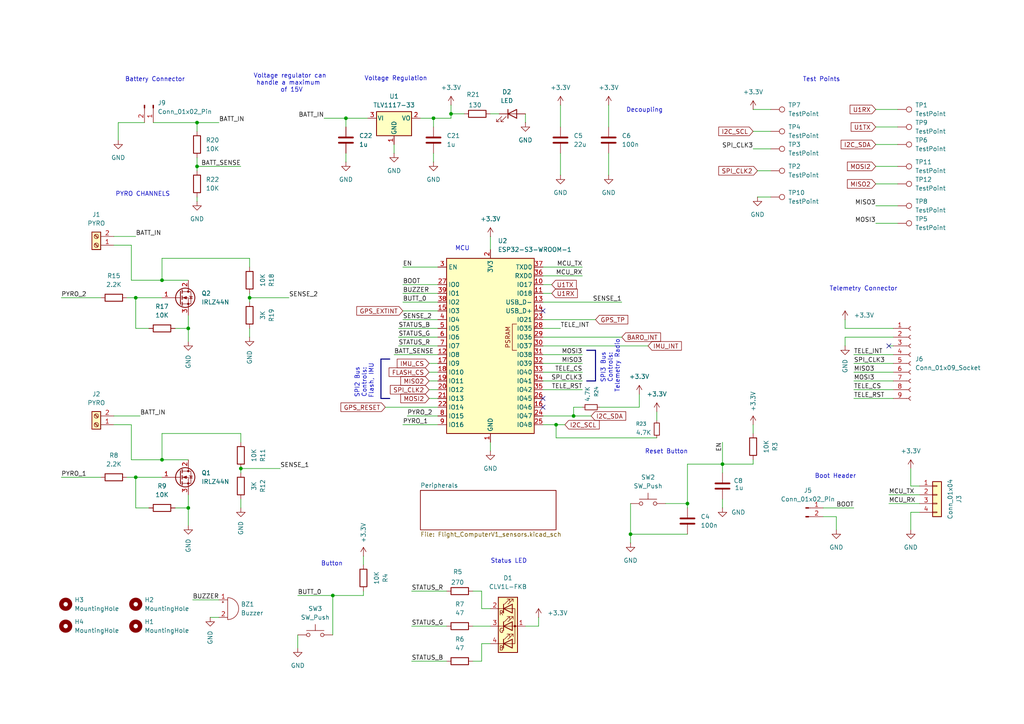
<source format=kicad_sch>
(kicad_sch (version 20250114) (generator "eeschema") (generator_version "9.0")
  (paper "A4")
  (lib_symbols
    (symbol "Connector:Conn_01x02_Pin" (pin_names (offset 1.016) (hide yes))
      (property "Reference" "J" (at 0 2.54 0))
      (property "Value" "Conn_01x02_Pin" (at 0 -5.08 0))
      (symbol "Conn_01x02_Pin_1_1"
        (pin passive line (at 5.08 0 180) (length 3.81) (name "Pin_1") (number "1"))
        (pin passive line (at 5.08 -2.54 180) (length 3.81) (name "Pin_2") (number "2"))
      )
    )
    (symbol "Connector:Conn_01x09_Socket" (pin_names (offset 1.016) (hide yes))
      (property "Reference" "J" (at 0 12.7 0))
      (property "Value" "Conn_01x09_Socket" (at 0 -12.7 0))
      (symbol "Conn_01x09_Socket_1_1"
        (pin passive line (at -5.08 10.16 0) (length 3.81) (name "Pin_1") (number "1"))
        (pin passive line (at -5.08 7.62 0) (length 3.81) (name "Pin_2") (number "2"))
        (pin passive line (at -5.08 5.08 0) (length 3.81) (name "Pin_3") (number "3"))
        (pin passive line (at -5.08 2.54 0) (length 3.81) (name "Pin_4") (number "4"))
        (pin passive line (at -5.08 0 0) (length 3.81) (name "Pin_5") (number "5"))
        (pin passive line (at -5.08 -2.54 0) (length 3.81) (name "Pin_6") (number "6"))
        (pin passive line (at -5.08 -5.08 0) (length 3.81) (name "Pin_7") (number "7"))
        (pin passive line (at -5.08 -7.62 0) (length 3.81) (name "Pin_8") (number "8"))
        (pin passive line (at -5.08 -10.16 0) (length 3.81) (name "Pin_9") (number "9"))
      )
    )
    (symbol "Connector:Screw_Terminal_01x02" (pin_names (offset 1.016) (hide yes))
      (property "Reference" "J" (at 0 2.54 0))
      (property "Value" "Screw_Terminal_01x02" (at 0 -5.08 0))
      (symbol "Screw_Terminal_01x02_1_1"
        (pin passive line (at -5.08 0 0) (length 3.81) (name "Pin_1") (number "1"))
        (pin passive line (at -5.08 -2.54 0) (length 3.81) (name "Pin_2") (number "2"))
      )
    )
    (symbol "Connector:TestPoint" (pin_numbers (hide yes)) (pin_names (offset 0.762) (hide yes))
      (property "Reference" "TP" (at 0 6.858 0))
      (property "Value" "TestPoint" (at 0 5.08 0))
      (symbol "TestPoint_1_1"
        (pin passive line (at 0 0 90) (length 2.54) (name "1") (number "1"))
      )
    )
    (symbol "Connector_Generic:Conn_01x04" (pin_names (offset 1.016) (hide yes))
      (property "Reference" "J" (at 0 5.08 0))
      (property "Value" "Conn_01x04" (at 0 -7.62 0))
      (symbol "Conn_01x04_1_1"
        (pin passive line (at -5.08 2.54 0) (length 3.81) (name "Pin_1") (number "1"))
        (pin passive line (at -5.08 0 0) (length 3.81) (name "Pin_2") (number "2"))
        (pin passive line (at -5.08 -2.54 0) (length 3.81) (name "Pin_3") (number "3"))
        (pin passive line (at -5.08 -5.08 0) (length 3.81) (name "Pin_4") (number "4"))
      )
    )
    (symbol "Device:Buzzer" (pin_names (offset 0.0254) (hide yes))
      (property "Reference" "BZ" (at 3.81 1.27 0))
      (property "Value" "Buzzer" (at 3.81 -1.27 0))
      (symbol "Buzzer_1_1"
        (pin passive line (at -2.54 2.54 0) (length 2.54) (name "+") (number "1"))
        (pin passive line (at -2.54 -2.54 0) (length 2.54) (name "-") (number "2"))
      )
    )
    (symbol "Device:C" (pin_numbers (hide yes)) (pin_names (offset 0.254))
      (property "Reference" "C" (at 0.635 2.54 0))
      (property "Value" "C" (at 0.635 -2.54 0))
      (symbol "C_1_1"
        (pin passive line (at 0 3.81 270) (length 2.794) (name "~") (number "1"))
        (pin passive line (at 0 -3.81 90) (length 2.794) (name "~") (number "2"))
      )
    )
    (symbol "Device:LED" (pin_numbers (hide yes)) (pin_names (offset 1.016) (hide yes))
      (property "Reference" "D" (at 0 2.54 0))
      (property "Value" "LED" (at 0 -2.54 0))
      (symbol "LED_1_1"
        (pin passive line (at -3.81 0 0) (length 2.54) (name "K") (number "1"))
        (pin passive line (at 3.81 0 180) (length 2.54) (name "A") (number "2"))
      )
    )
    (symbol "Device:R" (pin_numbers (hide yes)) (pin_names (offset 0))
      (property "Reference" "R" (at 2.032 0 90))
      (property "Value" "R" (at 0 0 90))
      (symbol "R_1_1"
        (pin passive line (at 0 3.81 270) (length 1.27) (name "~") (number "1"))
        (pin passive line (at 0 -3.81 90) (length 1.27) (name "~") (number "2"))
      )
    )
    (symbol "Device:R_Small" (pin_numbers (hide yes)) (pin_names (offset 0.254) (hide yes))
      (property "Reference" "R" (at 0 0 90))
      (property "Value" "R_Small" (at 1.778 0 90))
      (symbol "R_Small_1_1"
        (pin passive line (at 0 2.54 270) (length 0.762) (name "~") (number "1"))
        (pin passive line (at 0 -2.54 90) (length 0.762) (name "~") (number "2"))
      )
    )
    (symbol "LED:CLV1L-FKB" (pin_names (offset 0) (hide yes))
      (property "Reference" "D" (at 0 9.398 0))
      (property "Value" "CLV1L-FKB" (at 0 -8.89 0))
      (symbol "CLV1L-FKB_0_0"
        (text "R" (at -1.905 3.81 0) (effects (font (size 1.27 1.27))))
        (text "G" (at -1.905 -1.27 0) (effects (font (size 1.27 1.27))))
        (text "B" (at -1.905 -6.35 0) (effects (font (size 1.27 1.27))))
      )
      (symbol "CLV1L-FKB_1_1"
        (pin passive line (at -5.08 5.08 0) (length 2.54) (name "RK") (number "2"))
        (pin passive line (at -5.08 0 0) (length 2.54) (name "GK") (number "3"))
        (pin passive line (at -5.08 -5.08 0) (length 2.54) (name "BK") (number "4"))
        (pin passive line (at 5.08 0 180) (length 2.54) (name "A") (number "1"))
      )
    )
    (symbol "Mechanical:MountingHole" (pin_names (offset 1.016)) (in_bom no)
      (property "Reference" "H" (at 0 5.08 0))
      (property "Value" "MountingHole" (at 0 3.175 0))
    )
    (symbol "RF_Module:ESP32-S3-WROOM-1"
      (property "Reference" "U" (at -12.7 26.67 0))
      (property "Value" "ESP32-S3-WROOM-1" (at 12.7 26.67 0))
      (symbol "ESP32-S3-WROOM-1_0_0"
        (text "PSRAM" (at 5.08 2.54 900) (effects (font (size 1.27 1.27))))
      )
      (symbol "ESP32-S3-WROOM-1_1_1"
        (pin input line (at -15.24 22.86 0) (length 2.54) (name "EN") (number "3"))
        (pin bidirectional line (at -15.24 17.78 0) (length 2.54) (name "IO0") (number "27"))
        (pin bidirectional line (at -15.24 15.24 0) (length 2.54) (name "IO1") (number "39"))
        (pin bidirectional line (at -15.24 12.7 0) (length 2.54) (name "IO2") (number "38"))
        (pin bidirectional line (at -15.24 10.16 0) (length 2.54) (name "IO3") (number "15"))
        (pin bidirectional line (at -15.24 7.62 0) (length 2.54) (name "IO4") (number "4"))
        (pin bidirectional line (at -15.24 5.08 0) (length 2.54) (name "IO5") (number "5"))
        (pin bidirectional line (at -15.24 2.54 0) (length 2.54) (name "IO6") (number "6"))
        (pin bidirectional line (at -15.24 0 0) (length 2.54) (name "IO7") (number "7"))
        (pin bidirectional line (at -15.24 -2.54 0) (length 2.54) (name "IO8") (number "12"))
        (pin bidirectional line (at -15.24 -5.08 0) (length 2.54) (name "IO9") (number "17"))
        (pin bidirectional line (at -15.24 -7.62 0) (length 2.54) (name "IO10") (number "18"))
        (pin bidirectional line (at -15.24 -10.16 0) (length 2.54) (name "IO11") (number "19"))
        (pin bidirectional line (at -15.24 -12.7 0) (length 2.54) (name "IO12") (number "20"))
        (pin bidirectional line (at -15.24 -15.24 0) (length 2.54) (name "IO13") (number "21"))
        (pin bidirectional line (at -15.24 -17.78 0) (length 2.54) (name "IO14") (number "22"))
        (pin bidirectional line (at -15.24 -20.32 0) (length 2.54) (name "IO15") (number "8"))
        (pin bidirectional line (at -15.24 -22.86 0) (length 2.54) (name "IO16") (number "9"))
        (pin power_in line (at 0 27.94 270) (length 2.54) (name "3V3") (number "2"))
        (pin power_in line (at 0 -27.94 90) (length 2.54) (name "GND") (number "1"))
        (pin passive line (at 0 -27.94 90) (length 2.54) (hide yes) (name "GND") (number "40"))
        (pin passive line (at 0 -27.94 90) (length 2.54) (hide yes) (name "GND") (number "41"))
        (pin bidirectional line (at 15.24 22.86 180) (length 2.54) (name "TXD0") (number "37"))
        (pin bidirectional line (at 15.24 20.32 180) (length 2.54) (name "RXD0") (number "36"))
        (pin bidirectional line (at 15.24 17.78 180) (length 2.54) (name "IO17") (number "10"))
        (pin bidirectional line (at 15.24 15.24 180) (length 2.54) (name "IO18") (number "11"))
        (pin bidirectional line (at 15.24 12.7 180) (length 2.54) (name "USB_D-") (number "13"))
        (pin bidirectional line (at 15.24 10.16 180) (length 2.54) (name "USB_D+") (number "14"))
        (pin bidirectional line (at 15.24 7.62 180) (length 2.54) (name "IO21") (number "23"))
        (pin bidirectional line (at 15.24 5.08 180) (length 2.54) (name "IO35") (number "28"))
        (pin bidirectional line (at 15.24 2.54 180) (length 2.54) (name "IO36") (number "29"))
        (pin bidirectional line (at 15.24 0 180) (length 2.54) (name "IO37") (number "30"))
        (pin bidirectional line (at 15.24 -2.54 180) (length 2.54) (name "IO38") (number "31"))
        (pin bidirectional line (at 15.24 -5.08 180) (length 2.54) (name "IO39") (number "32"))
        (pin bidirectional line (at 15.24 -7.62 180) (length 2.54) (name "IO40") (number "33"))
        (pin bidirectional line (at 15.24 -10.16 180) (length 2.54) (name "IO41") (number "34"))
        (pin bidirectional line (at 15.24 -12.7 180) (length 2.54) (name "IO42") (number "35"))
        (pin bidirectional line (at 15.24 -15.24 180) (length 2.54) (name "IO45") (number "26"))
        (pin bidirectional line (at 15.24 -17.78 180) (length 2.54) (name "IO46") (number "16"))
        (pin bidirectional line (at 15.24 -20.32 180) (length 2.54) (name "IO47") (number "24"))
        (pin bidirectional line (at 15.24 -22.86 180) (length 2.54) (name "IO48") (number "25"))
      )
    )
    (symbol "Regulator_Linear:TLV1117-33" (pin_names (offset 0.254))
      (property "Reference" "U" (at -3.81 3.175 0))
      (property "Value" "TLV1117-33" (at 0 3.175 0))
      (symbol "TLV1117-33_1_1"
        (pin power_in line (at -7.62 0 0) (length 2.54) (name "VI") (number "3"))
        (pin power_in line (at 0 -7.62 90) (length 2.54) (name "GND") (number "1"))
        (pin power_out line (at 7.62 0 180) (length 2.54) (name "VO") (number "2"))
      )
    )
    (symbol "Switch:SW_Push" (pin_numbers (hide yes)) (pin_names (offset 1.016) (hide yes))
      (property "Reference" "SW" (at 1.27 2.54 0))
      (property "Value" "SW_Push" (at 0 -1.524 0))
      (symbol "SW_Push_0_1"
        (pin passive line (at -5.08 0 0) (length 2.54) (name "1") (number "1"))
        (pin passive line (at 5.08 0 180) (length 2.54) (name "2") (number "2"))
      )
    )
    (symbol "Transistor_FET:IRLZ44N" (pin_names (hide yes))
      (property "Reference" "Q" (at 5.08 1.905 0))
      (property "Value" "IRLZ44N" (at 5.08 0 0))
      (symbol "IRLZ44N_1_1"
        (pin input line (at -5.08 0 0) (length 2.54) (name "G") (number "1"))
        (pin passive line (at 2.54 5.08 270) (length 2.54) (name "D") (number "2"))
        (pin passive line (at 2.54 -5.08 90) (length 2.54) (name "S") (number "3"))
      )
    )
    (symbol "power:+3.3V" (power) (pin_numbers (hide yes)) (pin_names (offset 0) (hide yes))
      (property "Value" "+3.3V" (at 0 3.556 0))
      (symbol "+3.3V_1_1"
        (pin power_in line (at 0 0 90) (length 0) (name "~") (number "1"))
      )
    )
    (symbol "power:GND" (power) (pin_numbers (hide yes)) (pin_names (offset 0) (hide yes))
      (property "Value" "GND" (at 0 -3.81 0))
      (symbol "GND_1_1"
        (pin power_in line (at 0 0 270) (length 0) (name "~") (number "1"))
      )
    )
  )
  (text "Status LED\n\n" (at 147.574 163.83 0) (effects (font (size 1.27 1.27))))
  (text "Reset Button" (at 193.294 131.064 0) (effects (font (size 1.27 1.27))))
  (text "Boot Header\n" (at 242.316 138.176 0) (effects (font (size 1.27 1.27))))
  (text "Voltage regulator can \nhandle a maximum  \nof 15V\n" (at 84.582 24.13 0) (effects (font (size 1.27 1.27))))
  (text "Battery Connector\n" (at 44.958 23.114 0) (effects (font (size 1.27 1.27))))
  (text "Button\n" (at 96.266 163.576 0) (effects (font (size 1.27 1.27))))
  (text "PYRO CHANNELS\n" (at 41.402 56.388 0) (effects (font (size 1.27 1.27))))
  (text "Decoupling" (at 186.944 32.004 0) (effects (font (size 1.27 1.27))))
  (text "SPI2 Bus \nControls: \nFlash, IMU\n" (at 105.664 110.49 90) (effects (font (size 1.27 1.27))))
  (text "Telemetry Connector\n" (at 250.444 83.82 0) (effects (font (size 1.27 1.27))))
  (text "Test Points" (at 238.252 23.114 0) (effects (font (size 1.27 1.27))))
  (text "Voltage Regulation" (at 114.808 22.86 0) (effects (font (size 1.27 1.27))))
  (text "MCU\n" (at 134.112 72.136 0) (effects (font (size 1.27 1.27))))
  (text "SPI3 Bus \nControls: \nTelemetry Radio\n\n\n" (at 179.07 106.172 90) (effects (font (size 1.27 1.27))))
  (junction (at 125.73 34.29))
  (junction (at 130.81 33.02))
  (junction (at 72.39 86.36))
  (junction (at 54.61 147.32))
  (junction (at 161.29 123.19))
  (junction (at 54.61 95.25))
  (junction (at 199.39 146.05))
  (junction (at 96.52 172.72))
  (junction (at 69.85 135.89))
  (junction (at 46.99 81.28))
  (junction (at 39.37 138.43))
  (junction (at 166.37 120.65))
  (junction (at 100.33 34.29))
  (junction (at 57.15 35.56))
  (junction (at 182.88 154.94))
  (junction (at 39.37 86.36))
  (junction (at 57.15 48.26))
  (junction (at 209.55 134.62))
  (junction (at 46.99 133.35))
  (no_connect (at 157.48 115.57))
  (no_connect (at 157.48 90.17))
  (no_connect (at 157.48 118.11))
  (no_connect (at 257.81 100.33))
  (wire (pts (xy 69.85 135.89) (xy 81.28 135.89)))
  (wire (pts (xy 38.1 123.19) (xy 33.02 123.19)))
  (wire (pts (xy 157.48 120.65) (xy 166.37 120.65)))
  (wire (pts (xy 254 41.91) (xy 260.35 41.91)))
  (bus (pts (xy 170.18 110.49) (xy 172.72 110.49)))
  (wire (pts (xy 69.85 125.73) (xy 69.85 128.27)))
  (wire (pts (xy 254 48.26) (xy 260.35 48.26)))
  (wire (pts (xy 17.78 86.36) (xy 29.21 86.36)))
  (wire (pts (xy 157.48 77.47) (xy 168.91 77.47)))
  (wire (pts (xy 38.1 71.12) (xy 38.1 81.28)))
  (wire (pts (xy 157.48 100.33) (xy 187.96 100.33)))
  (wire (pts (xy 139.7 176.53) (xy 142.24 176.53)))
  (wire (pts (xy 124.46 115.57) (xy 127 115.57)))
  (wire (pts (xy 50.8 147.32) (xy 54.61 147.32)))
  (bus (pts (xy 170.18 101.6) (xy 172.72 101.6)))
  (wire (pts (xy 137.16 191.77) (xy 139.7 191.77)))
  (wire (pts (xy 114.3 41.91) (xy 114.3 44.45)))
  (wire (pts (xy 100.33 34.29) (xy 100.33 36.83)))
  (wire (pts (xy 157.48 107.95) (xy 168.91 107.95)))
  (wire (pts (xy 46.99 81.28) (xy 54.61 81.28)))
  (wire (pts (xy 119.38 181.61) (xy 129.54 181.61)))
  (wire (pts (xy 105.41 171.45) (xy 105.41 172.72)))
  (wire (pts (xy 33.02 68.58) (xy 39.37 68.58)))
  (wire (pts (xy 176.53 50.8) (xy 176.53 44.45)))
  (wire (pts (xy 72.39 86.36) (xy 72.39 85.09)))
  (wire (pts (xy 157.48 85.09) (xy 160.02 85.09)))
  (wire (pts (xy 162.56 30.48) (xy 162.56 36.83)))
  (wire (pts (xy 33.02 120.65) (xy 40.64 120.65)))
  (wire (pts (xy 127 100.33) (xy 115.57 100.33)))
  (wire (pts (xy 125.73 44.45) (xy 125.73 46.99)))
  (wire (pts (xy 100.33 34.29) (xy 106.68 34.29)))
  (wire (pts (xy 218.44 31.75) (xy 223.52 31.75)))
  (wire (pts (xy 55.88 173.99) (xy 63.5 173.99)))
  (wire (pts (xy 259.08 105.41) (xy 247.65 105.41)))
  (wire (pts (xy 124.46 110.49) (xy 127 110.49)))
  (wire (pts (xy 124.46 113.03) (xy 127 113.03)))
  (wire (pts (xy 116.84 90.17) (xy 127 90.17)))
  (wire (pts (xy 254 64.77) (xy 260.35 64.77)))
  (wire (pts (xy 157.48 82.55) (xy 160.02 82.55)))
  (wire (pts (xy 182.88 154.94) (xy 182.88 157.48)))
  (wire (pts (xy 199.39 134.62) (xy 199.39 146.05)))
  (wire (pts (xy 127 123.19) (xy 116.84 123.19)))
  (wire (pts (xy 209.55 147.32) (xy 209.55 144.78)))
  (wire (pts (xy 245.11 100.33) (xy 245.11 97.79)))
  (wire (pts (xy 242.57 149.86) (xy 242.57 153.67)))
  (wire (pts (xy 116.84 92.71) (xy 127 92.71)))
  (wire (pts (xy 218.44 43.18) (xy 223.52 43.18)))
  (wire (pts (xy 50.8 95.25) (xy 54.61 95.25)))
  (wire (pts (xy 57.15 45.72) (xy 57.15 48.26)))
  (wire (pts (xy 57.15 48.26) (xy 69.85 48.26)))
  (wire (pts (xy 34.29 35.56) (xy 34.29 40.64)))
  (wire (pts (xy 130.81 30.48) (xy 130.81 33.02)))
  (wire (pts (xy 124.46 105.41) (xy 127 105.41)))
  (wire (pts (xy 254 36.83) (xy 260.35 36.83)))
  (wire (pts (xy 142.24 33.02) (xy 144.78 33.02)))
  (wire (pts (xy 238.76 147.32) (xy 247.65 147.32)))
  (wire (pts (xy 44.45 35.56) (xy 57.15 35.56)))
  (wire (pts (xy 166.37 120.65) (xy 171.45 120.65)))
  (wire (pts (xy 139.7 191.77) (xy 139.7 186.69)))
  (wire (pts (xy 96.52 172.72) (xy 105.41 172.72)))
  (wire (pts (xy 36.83 86.36) (xy 39.37 86.36)))
  (wire (pts (xy 162.56 50.8) (xy 162.56 44.45)))
  (wire (pts (xy 176.53 30.48) (xy 176.53 36.83)))
  (wire (pts (xy 157.48 123.19) (xy 161.29 123.19)))
  (wire (pts (xy 157.48 102.87) (xy 168.91 102.87)))
  (wire (pts (xy 46.99 133.35) (xy 46.99 125.73)))
  (wire (pts (xy 199.39 154.94) (xy 182.88 154.94)))
  (wire (pts (xy 46.99 125.73) (xy 69.85 125.73)))
  (wire (pts (xy 209.55 137.16) (xy 209.55 134.62)))
  (wire (pts (xy 190.5 127) (xy 161.29 127)))
  (wire (pts (xy 39.37 86.36) (xy 46.99 86.36)))
  (wire (pts (xy 118.11 120.65) (xy 127 120.65)))
  (wire (pts (xy 57.15 57.15) (xy 57.15 58.42)))
  (wire (pts (xy 139.7 186.69) (xy 142.24 186.69)))
  (wire (pts (xy 57.15 35.56) (xy 63.5 35.56)))
  (wire (pts (xy 124.46 107.95) (xy 127 107.95)))
  (wire (pts (xy 209.55 134.62) (xy 218.44 134.62)))
  (wire (pts (xy 39.37 86.36) (xy 39.37 95.25)))
  (wire (pts (xy 100.33 44.45) (xy 100.33 46.99)))
  (wire (pts (xy 54.61 99.06) (xy 54.61 95.25)))
  (bus (pts (xy 110.49 104.14) (xy 110.49 115.57)))
  (wire (pts (xy 157.48 92.71) (xy 172.72 92.71)))
  (wire (pts (xy 219.71 57.15) (xy 223.52 57.15)))
  (wire (pts (xy 166.37 118.11) (xy 166.37 120.65)))
  (wire (pts (xy 264.16 148.59) (xy 264.16 153.67)))
  (wire (pts (xy 130.81 33.02) (xy 134.62 33.02)))
  (wire (pts (xy 182.88 146.05) (xy 182.88 154.94)))
  (wire (pts (xy 142.24 68.58) (xy 142.24 72.39)))
  (wire (pts (xy 157.48 105.41) (xy 168.91 105.41)))
  (wire (pts (xy 259.08 113.03) (xy 247.65 113.03)))
  (wire (pts (xy 259.08 110.49) (xy 247.65 110.49)))
  (wire (pts (xy 218.44 133.35) (xy 218.44 134.62)))
  (wire (pts (xy 157.48 87.63) (xy 180.34 87.63)))
  (wire (pts (xy 137.16 171.45) (xy 139.7 171.45)))
  (wire (pts (xy 114.3 102.87) (xy 127 102.87)))
  (wire (pts (xy 157.48 113.03) (xy 168.91 113.03)))
  (wire (pts (xy 157.48 95.25) (xy 162.56 95.25)))
  (wire (pts (xy 69.85 147.32) (xy 69.85 144.78)))
  (wire (pts (xy 130.81 33.02) (xy 130.81 34.29)))
  (wire (pts (xy 254 59.69) (xy 260.35 59.69)))
  (wire (pts (xy 157.48 97.79) (xy 180.34 97.79)))
  (wire (pts (xy 17.78 138.43) (xy 29.21 138.43)))
  (wire (pts (xy 46.99 74.93) (xy 72.39 74.93)))
  (wire (pts (xy 238.76 149.86) (xy 242.57 149.86)))
  (wire (pts (xy 156.21 179.07) (xy 156.21 181.61)))
  (bus (pts (xy 172.72 110.49) (xy 172.72 101.6)))
  (wire (pts (xy 245.11 95.25) (xy 259.08 95.25)))
  (wire (pts (xy 60.96 179.07) (xy 63.5 179.07)))
  (wire (pts (xy 38.1 81.28) (xy 46.99 81.28)))
  (wire (pts (xy 199.39 134.62) (xy 209.55 134.62)))
  (wire (pts (xy 139.7 171.45) (xy 139.7 176.53)))
  (wire (pts (xy 137.16 181.61) (xy 142.24 181.61)))
  (wire (pts (xy 127 97.79) (xy 115.57 97.79)))
  (wire (pts (xy 105.41 161.29) (xy 105.41 163.83)))
  (wire (pts (xy 72.39 86.36) (xy 83.82 86.36)))
  (wire (pts (xy 121.92 34.29) (xy 125.73 34.29)))
  (wire (pts (xy 96.52 172.72) (xy 96.52 184.15)))
  (wire (pts (xy 245.11 92.71) (xy 245.11 95.25)))
  (wire (pts (xy 127 95.25) (xy 115.57 95.25)))
  (wire (pts (xy 266.7 140.97) (xy 264.16 140.97)))
  (wire (pts (xy 199.39 146.05) (xy 199.39 147.32)))
  (wire (pts (xy 41.91 35.56) (xy 34.29 35.56)))
  (wire (pts (xy 111.76 118.11) (xy 127 118.11)))
  (wire (pts (xy 161.29 123.19) (xy 163.83 123.19)))
  (wire (pts (xy 46.99 81.28) (xy 46.99 74.93)))
  (wire (pts (xy 264.16 135.89) (xy 264.16 140.97)))
  (wire (pts (xy 142.24 130.81) (xy 142.24 128.27)))
  (wire (pts (xy 218.44 123.19) (xy 218.44 125.73)))
  (wire (pts (xy 152.4 33.02) (xy 152.4 35.56)))
  (wire (pts (xy 125.73 34.29) (xy 130.81 34.29)))
  (wire (pts (xy 168.91 118.11) (xy 166.37 118.11)))
  (wire (pts (xy 39.37 147.32) (xy 43.18 147.32)))
  (wire (pts (xy 54.61 143.51) (xy 54.61 147.32)))
  (wire (pts (xy 39.37 138.43) (xy 39.37 147.32)))
  (wire (pts (xy 119.38 171.45) (xy 129.54 171.45)))
  (wire (pts (xy 86.36 172.72) (xy 96.52 172.72)))
  (wire (pts (xy 259.08 107.95) (xy 247.65 107.95)))
  (wire (pts (xy 161.29 123.19) (xy 161.29 127)))
  (wire (pts (xy 57.15 35.56) (xy 57.15 38.1)))
  (wire (pts (xy 157.48 80.01) (xy 168.91 80.01)))
  (wire (pts (xy 152.4 181.61) (xy 156.21 181.61)))
  (wire (pts (xy 157.48 110.49) (xy 168.91 110.49)))
  (wire (pts (xy 69.85 135.89) (xy 69.85 137.16)))
  (wire (pts (xy 39.37 138.43) (xy 46.99 138.43)))
  (wire (pts (xy 54.61 152.4) (xy 54.61 147.32)))
  (wire (pts (xy 266.7 143.51) (xy 257.81 143.51)))
  (wire (pts (xy 36.83 138.43) (xy 39.37 138.43)))
  (wire (pts (xy 254 31.75) (xy 260.35 31.75)))
  (wire (pts (xy 119.38 191.77) (xy 129.54 191.77)))
  (wire (pts (xy 219.71 49.53) (xy 223.52 49.53)))
  (wire (pts (xy 72.39 74.93) (xy 72.39 77.47)))
  (wire (pts (xy 38.1 71.12) (xy 33.02 71.12)))
  (wire (pts (xy 266.7 148.59) (xy 264.16 148.59)))
  (wire (pts (xy 116.84 87.63) (xy 127 87.63)))
  (bus (pts (xy 113.03 104.14) (xy 110.49 104.14)))
  (wire (pts (xy 190.5 119.38) (xy 190.5 121.92)))
  (wire (pts (xy 125.73 36.83) (xy 125.73 34.29)))
  (wire (pts (xy 38.1 123.19) (xy 38.1 133.35)))
  (wire (pts (xy 57.15 48.26) (xy 57.15 49.53)))
  (wire (pts (xy 259.08 102.87) (xy 247.65 102.87)))
  (wire (pts (xy 72.39 86.36) (xy 72.39 87.63)))
  (wire (pts (xy 54.61 91.44) (xy 54.61 95.25)))
  (wire (pts (xy 39.37 95.25) (xy 43.18 95.25)))
  (wire (pts (xy 254 53.34) (xy 260.35 53.34)))
  (wire (pts (xy 209.55 128.27) (xy 209.55 134.62)))
  (wire (pts (xy 185.42 118.11) (xy 173.99 118.11)))
  (wire (pts (xy 93.98 34.29) (xy 100.33 34.29)))
  (wire (pts (xy 193.04 146.05) (xy 199.39 146.05)))
  (wire (pts (xy 218.44 38.1) (xy 223.52 38.1)))
  (wire (pts (xy 86.36 184.15) (xy 86.36 187.96)))
  (wire (pts (xy 266.7 146.05) (xy 257.81 146.05)))
  (wire (pts (xy 259.08 100.33) (xy 257.81 100.33)))
  (wire (pts (xy 116.84 77.47) (xy 127 77.47)))
  (wire (pts (xy 72.39 95.25) (xy 72.39 97.79)))
  (wire (pts (xy 259.08 115.57) (xy 247.65 115.57)))
  (wire (pts (xy 38.1 133.35) (xy 46.99 133.35)))
  (wire (pts (xy 185.42 114.3) (xy 185.42 118.11)))
  (wire (pts (xy 245.11 97.79) (xy 259.08 97.79)))
  (bus (pts (xy 110.49 115.57) (xy 113.03 115.57)))
  (wire (pts (xy 46.99 133.35) (xy 54.61 133.35)))
  (wire (pts (xy 116.84 82.55) (xy 127 82.55)))
  (wire (pts (xy 116.84 85.09) (xy 127 85.09)))
  (label "PYRO_2" (at 118.11 120.65 0))
  (label "BOOT" (at 247.65 147.32 180))
  (label "MCU_TX" (at 257.81 143.51 0))
  (label "BATT_IN" (at 63.5 35.56 0))
  (label "PYRO_1" (at 116.84 123.19 0))
  (label "EN" (at 116.84 77.47 0))
  (label "PYRO_1" (at 17.78 138.43 0))
  (label "MOSI3" (at 247.65 110.49 0))
  (label "SENSE_1" (at 180.34 87.63 180))
  (label "MCU_RX" (at 257.81 146.05 0))
  (label "BATT_IN" (at 39.37 68.58 0))
  (label "MISO3" (at 168.91 105.41 180))
  (label "STATUS_B" (at 115.57 95.25 0))
  (label "MISO3" (at 247.65 107.95 0))
  (label "MISO3" (at 254 59.69 180))
  (label "STATUS_G" (at 115.57 97.79 0))
  (label "SENSE_1" (at 81.28 135.89 0))
  (label "PYRO_2" (at 17.78 86.36 0))
  (label "TELE_RST" (at 168.91 113.03 180))
  (label "SENSE_2" (at 116.84 92.71 0))
  (label "BUTT_0" (at 116.84 87.63 0))
  (label "EN" (at 209.55 128.27 270))
  (label "BUZZER" (at 55.88 173.99 0))
  (label "MOSI3" (at 254 64.77 180))
  (label "TELE_RST" (at 247.65 115.57 0))
  (label "TELE_INT" (at 162.56 95.25 0))
  (label "TELE_CS" (at 168.91 107.95 180))
  (label "BOOT" (at 116.84 82.55 0))
  (label "BUTT_0" (at 86.36 172.72 0))
  (label "STATUS_B" (at 119.38 191.77 0))
  (label "SENSE_2" (at 83.82 86.36 0))
  (label "SPI_CLK3" (at 218.44 43.18 180))
  (label "BATT_SENSE" (at 114.3 102.87 0))
  (label "BATT_IN" (at 93.98 34.29 180))
  (label "MCU_RX" (at 168.91 80.01 180))
  (label "STATUS_R" (at 115.57 100.33 0))
  (label "BATT_IN" (at 40.64 120.65 0))
  (label "STATUS_R" (at 119.38 171.45 0))
  (label "SPI_CLK3" (at 247.65 105.41 0))
  (label "TELE_INT" (at 247.65 102.87 0))
  (label "MOSI3" (at 168.91 102.87 180))
  (label "BATT_SENSE" (at 69.85 48.26 180))
  (label "TELE_CS" (at 247.65 113.03 0))
  (label "STATUS_G" (at 119.38 181.61 0))
  (label "SPI_CLK3" (at 168.91 110.49 180))
  (label "MCU_TX" (at 168.91 77.47 180))
  (label "BUZZER" (at 116.84 85.09 0))
  (global_label "IMU_INT" (shape input) (at 187.96 100.33 0) (property "Intersheetrefs" "${INTERSHEET_REFS}" (effects (hide yes))))
  (global_label "MISO2" (shape input) (at 124.46 110.49 180) (property "Intersheetrefs" "${INTERSHEET_REFS}" (effects (hide yes))))
  (global_label "I2C_SCL" (shape input) (at 163.83 123.19 0) (property "Intersheetrefs" "${INTERSHEET_REFS}" (effects (hide yes))))
  (global_label "U1TX" (shape input) (at 160.02 82.55 0) (property "Intersheetrefs" "${INTERSHEET_REFS}" (effects (hide yes))))
  (global_label "IMU_CS" (shape input) (at 124.46 105.41 180) (property "Intersheetrefs" "${INTERSHEET_REFS}" (effects (hide yes))))
  (global_label "I2C_SDA" (shape input) (at 254 41.91 180) (property "Intersheetrefs" "${INTERSHEET_REFS}" (effects (hide yes))))
  (global_label "MOSI2" (shape input) (at 124.46 115.57 180) (property "Intersheetrefs" "${INTERSHEET_REFS}" (effects (hide yes))))
  (global_label "MISO2" (shape input) (at 254 53.34 180) (property "Intersheetrefs" "${INTERSHEET_REFS}" (effects (hide yes))))
  (global_label "I2C_SCL" (shape input) (at 218.44 38.1 180) (property "Intersheetrefs" "${INTERSHEET_REFS}" (effects (hide yes))))
  (global_label "U1TX" (shape input) (at 254 36.83 180) (property "Intersheetrefs" "${INTERSHEET_REFS}" (effects (hide yes))))
  (global_label "BARO_INT" (shape input) (at 180.34 97.79 0) (property "Intersheetrefs" "${INTERSHEET_REFS}" (effects (hide yes))))
  (global_label "FLASH_CS" (shape input) (at 124.46 107.95 180) (property "Intersheetrefs" "${INTERSHEET_REFS}" (effects (hide yes))))
  (global_label "U1RX" (shape input) (at 254 31.75 180) (property "Intersheetrefs" "${INTERSHEET_REFS}" (effects (hide yes))))
  (global_label "GPS_RESET" (shape input) (at 111.76 118.11 180) (property "Intersheetrefs" "${INTERSHEET_REFS}" (effects (hide yes))))
  (global_label "U1RX" (shape input) (at 160.02 85.09 0) (property "Intersheetrefs" "${INTERSHEET_REFS}" (effects (hide yes))))
  (global_label "GPS_EXTINT" (shape input) (at 116.84 90.17 180) (property "Intersheetrefs" "${INTERSHEET_REFS}" (effects (hide yes))))
  (global_label "SPI_CLK2" (shape input) (at 219.71 49.53 180) (property "Intersheetrefs" "${INTERSHEET_REFS}" (effects (hide yes))))
  (global_label "SPI_CLK2" (shape input) (at 124.46 113.03 180) (property "Intersheetrefs" "${INTERSHEET_REFS}" (effects (hide yes))))
  (global_label "GPS_TP" (shape input) (at 172.72 92.71 0) (property "Intersheetrefs" "${INTERSHEET_REFS}" (effects (hide yes))))
  (global_label "MOSI2" (shape input) (at 254 48.26 180) (property "Intersheetrefs" "${INTERSHEET_REFS}" (effects (hide yes))))
  (global_label "I2C_SDA" (shape input) (at 171.45 120.65 0) (property "Intersheetrefs" "${INTERSHEET_REFS}" (effects (hide yes))))
  (symbol (lib_id "Switch:SW_Push") (at 91.44 184.15 0) (unit 1)
    (property "Reference" "SW3" (at 91.44 176.53 0))
    (property "Value" "SW_Push" (at 91.44 179.07 0))
    (property "Footprint" "Button_Switch_SMD:SW_SPST_PTS810" (effects (hide yes)))
    (property "Description" "Push button switch, generic, two pins" (effects (hide yes)))
  )
  (symbol (lib_id "power:GND") (at 86.36 187.96 0) (unit 1)
    (property "Reference" "#PWR033" (effects (hide yes)))
    (property "Value" "GND" (at 86.36 193.04 0))
    (property "Description" "Power symbol creates a global label with name \"GND\" , ground" (effects (hide yes)))
  )
  (symbol (lib_id "power:GND") (at 60.96 179.07 0) (unit 1)
    (property "Reference" "#PWR038" (effects (hide yes)))
    (property "Value" "GND" (at 60.9601 182.88 90) (effects (justify right)))
    (property "Description" "Power symbol creates a global label with name \"GND\" , ground" (effects (hide yes)))
  )
  (symbol (lib_id "Device:C") (at 125.73 40.64 0) (unit 1)
    (property "Reference" "C21" (at 129.54 39.3699 0) (effects (justify left)))
    (property "Value" "1u" (at 129.54 41.9099 0) (effects (justify left)))
    (property "Footprint" "Capacitor_SMD:C_0805_2012Metric" (effects (hide yes)))
    (property "Description" "Unpolarized capacitor" (effects (hide yes)))
  )
  (symbol (lib_id "Mechanical:MountingHole") (at 39.37 181.61 0) (unit 1) (in_bom no)
    (property "Reference" "H1" (at 41.91 180.3399 0) (effects (justify left)))
    (property "Value" "MountingHole" (at 41.91 182.8799 0) (effects (justify left)))
    (property "Footprint" "MountingHole:MountingHole_3mm" (effects (hide yes)))
    (property "Description" "Mounting Hole without connection" (effects (hide yes)))
  )
  (symbol (lib_id "Connector:TestPoint") (at 260.35 31.75 270) (unit 1)
    (property "Reference" "TP1" (at 265.43 30.4799 90) (effects (justify left)))
    (property "Value" "TestPoint" (at 265.43 33.0199 90) (effects (justify left)))
    (property "Footprint" "TestPoint:TestPoint_Pad_D2.0mm" (effects (hide yes)))
    (property "Description" "test point" (effects (hide yes)))
  )
  (symbol (lib_id "power:+3.3V") (at 176.53 30.48 0) (unit 1)
    (property "Reference" "#PWR014" (effects (hide yes)))
    (property "Value" "+3.3V" (at 176.53 25.4 0))
    (property "Description" "Power symbol creates a global label with name \"+3.3V\"" (effects (hide yes)))
  )
  (symbol (lib_id "power:GND") (at 264.16 153.67 0) (unit 1)
    (property "Reference" "#PWR011" (effects (hide yes)))
    (property "Value" "GND" (at 264.16 158.75 0))
    (property "Description" "Power symbol creates a global label with name \"GND\" , ground" (effects (hide yes)))
  )
  (symbol (lib_id "Connector:TestPoint") (at 223.52 57.15 270) (unit 1)
    (property "Reference" "TP10" (at 228.6 55.8799 90) (effects (justify left)))
    (property "Value" "TestPoint" (at 228.6 58.4199 90) (effects (justify left)))
    (property "Footprint" "TestPoint:TestPoint_Pad_D2.0mm" (effects (hide yes)))
    (property "Description" "test point" (effects (hide yes)))
  )
  (symbol (lib_id "Device:R") (at 218.44 129.54 0) (unit 1)
    (property "Reference" "R3" (at 224.79 129.54 90))
    (property "Value" "10K" (at 222.25 129.54 90))
    (property "Footprint" "Resistor_SMD:R_0805_2012Metric" (effects (hide yes)))
    (property "Description" "Resistor" (effects (hide yes)))
  )
  (symbol (lib_id "power:GND") (at 54.61 99.06 0) (unit 1)
    (property "Reference" "#PWR054" (effects (hide yes)))
    (property "Value" "GND" (at 54.6101 102.87 90) (effects (justify right)))
    (property "Description" "Power symbol creates a global label with name \"GND\" , ground" (effects (hide yes)))
  )
  (symbol (lib_id "LED:CLV1L-FKB") (at 147.32 181.61 0) (unit 1)
    (property "Reference" "D1" (at 147.32 167.64 0))
    (property "Value" "CLV1L-FKB" (at 147.32 170.18 0))
    (property "Footprint" "LED_SMD:LED_Cree-PLCC4_3.2x2.8mm_CCW" (effects (hide yes)))
    (property "Datasheet" "http://www.cree.com/led-components/media/documents/CLV1L-FKB-1238.pdf" (effects (hide yes)))
    (property "Description" "Cree PLCC4 3 in 1 SMD LED" (effects (hide yes)))
  )
  (symbol (lib_id "Device:Buzzer") (at 66.04 176.53 0) (unit 1)
    (property "Reference" "BZ1" (at 69.85 175.2599 0) (effects (justify left)))
    (property "Value" "Buzzer" (at 69.85 177.7999 0) (effects (justify left)))
    (property "Footprint" "Buzzer_Beeper:Buzzer_12x9.5RM7.6" (effects (hide yes)))
    (property "Description" "Buzzer, polarized" (effects (hide yes)))
  )
  (symbol (lib_id "power:GND") (at 219.71 57.15 0) (unit 1)
    (property "Reference" "#PWR04" (effects (hide yes)))
    (property "Value" "GND" (at 219.71 62.23 0))
    (property "Description" "Power symbol creates a global label with name \"GND\" , ground" (effects (hide yes)))
  )
  (symbol (lib_id "Connector:TestPoint") (at 223.52 38.1 270) (unit 1)
    (property "Reference" "TP4" (at 228.6 36.8299 90) (effects (justify left)))
    (property "Value" "TestPoint" (at 228.6 39.3699 90) (effects (justify left)))
    (property "Footprint" "TestPoint:TestPoint_Pad_D2.0mm" (effects (hide yes)))
    (property "Description" "test point" (effects (hide yes)))
  )
  (symbol (lib_id "Connector:TestPoint") (at 260.35 64.77 270) (unit 1)
    (property "Reference" "TP5" (at 265.43 63.4999 90) (effects (justify left)))
    (property "Value" "TestPoint" (at 265.43 66.0399 90) (effects (justify left)))
    (property "Footprint" "TestPoint:TestPoint_Pad_D2.0mm" (effects (hide yes)))
    (property "Description" "test point" (effects (hide yes)))
  )
  (symbol (lib_id "power:GND") (at 242.57 153.67 0) (unit 1)
    (property "Reference" "#PWR016" (effects (hide yes)))
    (property "Value" "GND" (at 242.57 158.75 0))
    (property "Description" "Power symbol creates a global label with name \"GND\" , ground" (effects (hide yes)))
  )
  (symbol (lib_id "power:GND") (at 72.39 97.79 0) (unit 1)
    (property "Reference" "#PWR055" (effects (hide yes)))
    (property "Value" "GND" (at 72.3901 101.6 90) (effects (justify right)))
    (property "Description" "Power symbol creates a global label with name \"GND\" , ground" (effects (hide yes)))
  )
  (symbol (lib_id "power:GND") (at 176.53 50.8 0) (unit 1)
    (property "Reference" "#PWR013" (effects (hide yes)))
    (property "Value" "GND" (at 176.53 55.88 0))
    (property "Description" "Power symbol creates a global label with name \"GND\" , ground" (effects (hide yes)))
  )
  (symbol (lib_id "power:+3.3V") (at 218.44 31.75 0) (unit 1)
    (property "Reference" "#PWR05" (effects (hide yes)))
    (property "Value" "+3.3V" (at 218.44 26.67 0))
    (property "Description" "Power symbol creates a global label with name \"+3.3V\"" (effects (hide yes)))
  )
  (symbol (lib_id "Connector:Conn_01x09_Socket") (at 264.16 105.41 0) (unit 1)
    (property "Reference" "J6" (at 265.43 104.1399 0) (effects (justify left)))
    (property "Value" "Conn_01x09_Socket" (at 265.43 106.6799 0) (effects (justify left)))
    (property "Footprint" "Connector_PinSocket_2.54mm:PinSocket_1x09_P2.54mm_Vertical" (effects (hide yes)))
    (property "Description" "Generic connector, single row, 01x09, script generated" (effects (hide yes)))
  )
  (symbol (lib_id "Device:C") (at 209.55 140.97 180) (unit 1)
    (property "Reference" "C8" (at 214.122 139.446 0))
    (property "Value" "1u" (at 214.376 141.478 0))
    (property "Footprint" "Capacitor_SMD:C_0805_2012Metric" (effects (hide yes)))
    (property "Description" "Unpolarized capacitor" (effects (hide yes)))
  )
  (symbol (lib_id "Regulator_Linear:TLV1117-33") (at 114.3 34.29 0) (unit 1)
    (property "Reference" "U1" (at 114.3 27.94 0))
    (property "Value" "TLV1117-33" (at 114.3 30.48 0))
    (property "Footprint" "Package_TO_SOT_SMD:SOT-223-3_TabPin2" (effects (hide yes)))
    (property "Datasheet" "http://www.ti.com/lit/ds/symlink/tlv1117.pdf" (effects (hide yes)))
    (property "Description" "800mA Low-Dropout Linear Regulator, 3.3V fixed output, TO-220/TO-252/TO-263/SOT-223" (effects (hide yes)))
  )
  (symbol (lib_id "Connector:TestPoint") (at 260.35 48.26 270) (unit 1)
    (property "Reference" "TP11" (at 265.43 46.9899 90) (effects (justify left)))
    (property "Value" "TestPoint" (at 265.43 49.5299 90) (effects (justify left)))
    (property "Footprint" "TestPoint:TestPoint_Pad_D2.0mm" (effects (hide yes)))
    (property "Description" "test point" (effects (hide yes)))
  )
  (symbol (lib_id "power:GND") (at 162.56 50.8 0) (unit 1)
    (property "Reference" "#PWR012" (effects (hide yes)))
    (property "Value" "GND" (at 162.56 55.88 0))
    (property "Description" "Power symbol creates a global label with name \"GND\" , ground" (effects (hide yes)))
  )
  (symbol (lib_id "power:+3.3V") (at 185.42 114.3 0) (unit 1)
    (property "Reference" "#PWR053" (effects (hide yes)))
    (property "Value" "+3.3V" (at 185.42 109.22 0))
    (property "Description" "Power symbol creates a global label with name \"+3.3V\"" (effects (hide yes)))
  )
  (symbol (lib_id "Connector:Conn_01x02_Pin") (at 44.45 30.48 270) (unit 1)
    (property "Reference" "J9" (at 45.72 29.8449 90) (effects (justify left)))
    (property "Value" "Conn_01x02_Pin" (at 45.72 32.3849 90) (effects (justify left)))
    (property "Footprint" "Connector_JST:JST_PH_B2B-PH-K_1x02_P2.00mm_Vertical" (effects (hide yes)))
    (property "Description" "Generic connector, single row, 01x02, script generated" (effects (hide yes)))
  )
  (symbol (lib_id "power:GND") (at 152.4 35.56 0) (unit 1)
    (property "Reference" "#PWR028" (effects (hide yes)))
    (property "Value" "GND" (at 152.4 40.64 0))
    (property "Description" "Power symbol creates a global label with name \"GND\" , ground" (effects (hide yes)))
  )
  (symbol (lib_id "Device:C") (at 176.53 40.64 0) (unit 1)
    (property "Reference" "C6" (at 180.34 39.3699 0) (effects (justify left)))
    (property "Value" "100n" (at 180.34 41.9099 0) (effects (justify left)))
    (property "Footprint" "Capacitor_SMD:C_0805_2012Metric" (effects (hide yes)))
    (property "Description" "Unpolarized capacitor" (effects (hide yes)))
  )
  (symbol (lib_id "Device:LED") (at 148.59 33.02 0) (unit 1)
    (property "Reference" "D2" (at 147.0025 26.67 0))
    (property "Value" "LED" (at 147.0025 29.21 0))
    (property "Footprint" "LED_SMD:LED_0603_1608Metric" (effects (hide yes)))
    (property "Description" "Light emitting diode" (effects (hide yes)))
    (property "Sim.Pins" "1=K 2=A" (effects (hide yes)))
  )
  (symbol (lib_id "power:GND") (at 54.61 152.4 0) (unit 1)
    (property "Reference" "#PWR040" (effects (hide yes)))
    (property "Value" "GND" (at 54.6101 156.21 90) (effects (justify right)))
    (property "Description" "Power symbol creates a global label with name \"GND\" , ground" (effects (hide yes)))
  )
  (symbol (lib_id "power:GND") (at 209.55 147.32 0) (unit 1)
    (property "Reference" "#PWR023" (effects (hide yes)))
    (property "Value" "GND" (at 212.09 148.5899 0) (effects (justify left)))
    (property "Description" "Power symbol creates a global label with name \"GND\" , ground" (effects (hide yes)))
  )
  (symbol (lib_id "Device:R") (at 57.15 41.91 0) (unit 1)
    (property "Reference" "R20" (at 59.69 40.6399 0) (effects (justify left)))
    (property "Value" "10K" (at 59.69 43.1799 0) (effects (justify left)))
    (property "Footprint" "Resistor_SMD:R_0805_2012Metric" (effects (hide yes)))
    (property "Description" "Resistor" (effects (hide yes)))
  )
  (symbol (lib_id "Device:R") (at 133.35 171.45 90) (unit 1)
    (property "Reference" "R5" (at 134.112 165.862 90) (effects (justify left)))
    (property "Value" "270" (at 134.6199 168.91 90) (effects (justify left)))
    (property "Footprint" "Resistor_SMD:R_0805_2012Metric" (effects (hide yes)))
    (property "Description" "Resistor" (effects (hide yes)))
  )
  (symbol (lib_id "Device:R") (at 69.85 140.97 180) (unit 1)
    (property "Reference" "R12" (at 76.2 140.97 90))
    (property "Value" "3K" (at 73.66 140.97 90))
    (property "Footprint" "Resistor_SMD:R_0805_2012Metric" (effects (hide yes)))
    (property "Description" "Resistor" (effects (hide yes)))
  )
  (symbol (lib_id "power:+3.3V") (at 162.56 30.48 0) (unit 1)
    (property "Reference" "#PWR015" (effects (hide yes)))
    (property "Value" "+3.3V" (at 162.56 25.4 0))
    (property "Description" "Power symbol creates a global label with name \"+3.3V\"" (effects (hide yes)))
  )
  (symbol (lib_id "Transistor_FET:IRLZ44N") (at 52.07 138.43 0) (unit 1)
    (property "Reference" "Q1" (at 58.42 137.1599 0) (effects (justify left)))
    (property "Value" "IRLZ44N" (at 58.42 139.6999 0) (effects (justify left)))
    (property "Footprint" "Package_TO_SOT_THT:TO-220-3_Vertical" (effects (hide yes)))
    (property "Datasheet" "http://www.irf.com/product-info/datasheets/data/irlz44n.pdf" (effects (hide yes)))
    (property "Description" "47A Id, 55V Vds, 22mOhm Rds Single N-Channel HEXFET Power MOSFET, TO-220AB" (effects (hide yes)))
  )
  (symbol (lib_id "Device:R") (at 133.35 191.77 90) (unit 1)
    (property "Reference" "R6" (at 133.35 185.42 90))
    (property "Value" "47" (at 133.35 187.96 90))
    (property "Footprint" "Resistor_SMD:R_0805_2012Metric" (effects (hide yes)))
    (property "Description" "Resistor" (effects (hide yes)))
  )
  (symbol (lib_id "Device:R") (at 33.02 138.43 90) (unit 1)
    (property "Reference" "R8" (at 33.02 132.08 90))
    (property "Value" "2.2K" (at 33.02 134.62 90))
    (property "Footprint" "Resistor_SMD:R_0805_2012Metric" (effects (hide yes)))
    (property "Description" "Resistor" (effects (hide yes)))
  )
  (symbol (lib_id "power:+3.3V") (at 105.41 161.29 0) (unit 1)
    (property "Reference" "#PWR041" (effects (hide yes)))
    (property "Value" "+3.3V" (at 105.4101 157.48 90) (effects (justify left)))
    (property "Description" "Power symbol creates a global label with name \"+3.3V\"" (effects (hide yes)))
  )
  (symbol (lib_id "power:GND") (at 100.33 46.99 0) (unit 1)
    (property "Reference" "#PWR026" (effects (hide yes)))
    (property "Value" "GND" (at 100.33 52.07 0))
    (property "Description" "Power symbol creates a global label with name \"GND\" , ground" (effects (hide yes)))
  )
  (symbol (lib_id "power:+3.3V") (at 218.44 123.19 0) (unit 1)
    (property "Reference" "#PWR022" (effects (hide yes)))
    (property "Value" "+3.3V" (at 218.4401 119.38 90) (effects (justify left)))
    (property "Description" "Power symbol creates a global label with name \"+3.3V\"" (effects (hide yes)))
  )
  (symbol (lib_id "Connector:TestPoint") (at 223.52 49.53 270) (unit 1)
    (property "Reference" "TP2" (at 228.6 48.2599 90) (effects (justify left)))
    (property "Value" "TestPoint" (at 228.6 50.7999 90) (effects (justify left)))
    (property "Footprint" "TestPoint:TestPoint_Pad_D2.0mm" (effects (hide yes)))
    (property "Description" "test point" (effects (hide yes)))
  )
  (symbol (lib_id "power:+3.3V") (at 245.11 92.71 0) (unit 1)
    (property "Reference" "#PWR019" (effects (hide yes)))
    (property "Value" "+3.3V" (at 247.65 91.4399 0) (effects (justify left)))
    (property "Description" "Power symbol creates a global label with name \"+3.3V\"" (effects (hide yes)))
  )
  (symbol (lib_id "power:GND") (at 69.85 147.32 0) (unit 1)
    (property "Reference" "#PWR042" (effects (hide yes)))
    (property "Value" "GND" (at 69.8501 151.13 90) (effects (justify right)))
    (property "Description" "Power symbol creates a global label with name \"GND\" , ground" (effects (hide yes)))
  )
  (symbol (lib_id "Device:C") (at 100.33 40.64 0) (unit 1)
    (property "Reference" "C22" (at 104.14 39.3699 0) (effects (justify left)))
    (property "Value" "1u" (at 104.14 41.9099 0) (effects (justify left)))
    (property "Footprint" "Capacitor_SMD:C_0805_2012Metric" (effects (hide yes)))
    (property "Description" "Unpolarized capacitor" (effects (hide yes)))
  )
  (symbol (lib_id "Connector:Conn_01x02_Pin") (at 233.68 147.32 0) (unit 1)
    (property "Reference" "J5" (at 234.315 142.24 0))
    (property "Value" "Conn_01x02_Pin" (at 234.315 144.78 0))
    (property "Footprint" "Connector_PinHeader_2.54mm:PinHeader_1x02_P2.54mm_Vertical" (effects (hide yes)))
    (property "Description" "Generic connector, single row, 01x02, script generated" (effects (hide yes)))
  )
  (symbol (lib_id "Connector:TestPoint") (at 260.35 53.34 270) (unit 1)
    (property "Reference" "TP12" (at 265.43 52.0699 90) (effects (justify left)))
    (property "Value" "TestPoint" (at 265.43 54.6099 90) (effects (justify left)))
    (property "Footprint" "TestPoint:TestPoint_Pad_D2.0mm" (effects (hide yes)))
    (property "Description" "test point" (effects (hide yes)))
  )
  (symbol (lib_id "power:GND") (at 34.29 40.64 0) (unit 1)
    (property "Reference" "#PWR06" (effects (hide yes)))
    (property "Value" "GND" (at 34.29 45.72 0))
    (property "Description" "Power symbol creates a global label with name \"GND\" , ground" (effects (hide yes)))
  )
  (symbol (lib_id "Device:R") (at 72.39 91.44 180) (unit 1)
    (property "Reference" "R19" (at 78.74 91.44 90))
    (property "Value" "3K" (at 76.2 91.44 90))
    (property "Footprint" "Resistor_SMD:R_0805_2012Metric" (effects (hide yes)))
    (property "Description" "Resistor" (effects (hide yes)))
  )
  (symbol (lib_id "power:GND") (at 182.88 157.48 0) (unit 1)
    (property "Reference" "#PWR010" (effects (hide yes)))
    (property "Value" "GND" (at 182.88 162.56 0))
    (property "Description" "Power symbol creates a global label with name \"GND\" , ground" (effects (hide yes)))
  )
  (symbol (lib_id "Connector:TestPoint") (at 260.35 41.91 270) (unit 1)
    (property "Reference" "TP6" (at 265.43 40.6399 90) (effects (justify left)))
    (property "Value" "TestPoint" (at 265.43 43.1799 90) (effects (justify left)))
    (property "Footprint" "TestPoint:TestPoint_Pad_D2.0mm" (effects (hide yes)))
    (property "Description" "test point" (effects (hide yes)))
  )
  (symbol (lib_id "Device:R") (at 33.02 86.36 90) (unit 1)
    (property "Reference" "R15" (at 33.02 80.01 90))
    (property "Value" "2.2K" (at 33.02 82.55 90))
    (property "Footprint" "Resistor_SMD:R_0805_2012Metric" (effects (hide yes)))
    (property "Description" "Resistor" (effects (hide yes)))
  )
  (symbol (lib_id "Switch:SW_Push") (at 187.96 146.05 0) (unit 1)
    (property "Reference" "SW2" (at 187.96 138.43 0))
    (property "Value" "SW_Push" (at 187.96 140.97 0))
    (property "Footprint" "Button_Switch_SMD:SW_SPST_PTS810" (effects (hide yes)))
    (property "Description" "Push button switch, generic, two pins" (effects (hide yes)))
  )
  (symbol (lib_id "power:+3.3V") (at 142.24 68.58 0) (unit 1)
    (property "Reference" "#PWR01" (effects (hide yes)))
    (property "Value" "+3.3V" (at 142.24 63.5 0))
    (property "Description" "Power symbol creates a global label with name \"+3.3V\"" (effects (hide yes)))
  )
  (symbol (lib_id "power:+3.3V") (at 190.5 119.38 0) (unit 1)
    (property "Reference" "#PWR052" (effects (hide yes)))
    (property "Value" "+3.3V" (at 190.5 114.3 0))
    (property "Description" "Power symbol creates a global label with name \"+3.3V\"" (effects (hide yes)))
  )
  (symbol (lib_id "power:GND") (at 142.24 130.81 0) (unit 1)
    (property "Reference" "#PWR02" (effects (hide yes)))
    (property "Value" "GND" (at 142.24 135.89 0))
    (property "Description" "Power symbol creates a global label with name \"GND\" , ground" (effects (hide yes)))
  )
  (symbol (lib_id "Device:R") (at 46.99 95.25 270) (unit 1)
    (property "Reference" "R17" (at 46.99 88.9 90))
    (property "Value" "10K" (at 46.99 91.44 90))
    (property "Footprint" "Resistor_SMD:R_0805_2012Metric" (effects (hide yes)))
    (property "Description" "Resistor" (effects (hide yes)))
  )
  (symbol (lib_id "Mechanical:MountingHole") (at 39.37 175.26 0) (unit 1) (in_bom no)
    (property "Reference" "H2" (at 41.91 173.9899 0) (effects (justify left)))
    (property "Value" "MountingHole" (at 41.91 176.5299 0) (effects (justify left)))
    (property "Footprint" "MountingHole:MountingHole_3mm" (effects (hide yes)))
    (property "Description" "Mounting Hole without connection" (effects (hide yes)))
  )
  (symbol (lib_id "Connector:Screw_Terminal_01x02") (at 27.94 123.19 180) (unit 1)
    (property "Reference" "J2" (at 27.94 114.3 0))
    (property "Value" "PYRO" (at 27.94 116.84 0))
    (property "Footprint" "TerminalBlock_TE-Connectivity:282837-2_TYC" (effects (hide yes)))
    (property "Description" "Generic screw terminal, single row, 01x02, script generated (kicad-library-utils/schlib/autogen/connector/)" (effects (hide yes)))
  )
  (symbol (lib_id "Device:C") (at 162.56 40.64 0) (unit 1)
    (property "Reference" "C5" (at 166.37 39.3699 0) (effects (justify left)))
    (property "Value" "22u" (at 166.37 41.9099 0) (effects (justify left)))
    (property "Footprint" "Capacitor_SMD:C_0805_2012Metric" (effects (hide yes)))
    (property "Description" "Unpolarized capacitor" (effects (hide yes)))
  )
  (symbol (lib_id "Connector:Screw_Terminal_01x02") (at 27.94 71.12 180) (unit 1)
    (property "Reference" "J1" (at 27.94 62.23 0))
    (property "Value" "PYRO" (at 27.94 64.77 0))
    (property "Footprint" "TerminalBlock_TE-Connectivity:282837-2_TYC" (effects (hide yes)))
    (property "Description" "Generic screw terminal, single row, 01x02, script generated (kicad-library-utils/schlib/autogen/connector/)" (effects (hide yes)))
  )
  (symbol (lib_id "power:GND") (at 245.11 100.33 0) (unit 1)
    (property "Reference" "#PWR056" (effects (hide yes)))
    (property "Value" "GND" (at 245.1101 104.14 90) (effects (justify right)))
    (property "Description" "Power symbol creates a global label with name \"GND\" , ground" (effects (hide yes)))
  )
  (symbol (lib_id "Device:R") (at 133.35 181.61 90) (unit 1)
    (property "Reference" "R7" (at 133.35 175.26 90))
    (property "Value" "47" (at 133.35 177.8 90))
    (property "Footprint" "Resistor_SMD:R_0805_2012Metric" (effects (hide yes)))
    (property "Description" "Resistor" (effects (hide yes)))
  )
  (symbol (lib_id "power:GND") (at 125.73 46.99 0) (unit 1)
    (property "Reference" "#PWR025" (effects (hide yes)))
    (property "Value" "GND" (at 125.73 52.07 0))
    (property "Description" "Power symbol creates a global label with name \"GND\" , ground" (effects (hide yes)))
  )
  (symbol (lib_id "Device:R") (at 69.85 132.08 180) (unit 1)
    (property "Reference" "R11" (at 76.2 132.08 90))
    (property "Value" "10K" (at 73.66 132.08 90))
    (property "Footprint" "Resistor_SMD:R_0805_2012Metric" (effects (hide yes)))
    (property "Description" "Resistor" (effects (hide yes)))
  )
  (symbol (lib_id "Transistor_FET:IRLZ44N") (at 52.07 86.36 0) (unit 1)
    (property "Reference" "Q2" (at 58.42 85.0899 0) (effects (justify left)))
    (property "Value" "IRLZ44N" (at 58.42 87.6299 0) (effects (justify left)))
    (property "Footprint" "Package_TO_SOT_THT:TO-220-3_Vertical" (effects (hide yes)))
    (property "Datasheet" "http://www.irf.com/product-info/datasheets/data/irlz44n.pdf" (effects (hide yes)))
    (property "Description" "47A Id, 55V Vds, 22mOhm Rds Single N-Channel HEXFET Power MOSFET, TO-220AB" (effects (hide yes)))
  )
  (symbol (lib_id "power:+3.3V") (at 264.16 135.89 0) (unit 1)
    (property "Reference" "#PWR018" (effects (hide yes)))
    (property "Value" "+3.3V" (at 264.16 130.81 0))
    (property "Description" "Power symbol creates a global label with name \"+3.3V\"" (effects (hide yes)))
  )
  (symbol (lib_id "power:+3.3V") (at 130.81 30.48 0) (unit 1)
    (property "Reference" "#PWR03" (effects (hide yes)))
    (property "Value" "+3.3V" (at 130.81 25.4 0))
    (property "Description" "Power symbol creates a global label with name \"+3.3V\"" (effects (hide yes)))
  )
  (symbol (lib_id "Device:R_Small") (at 190.5 124.46 0) (unit 1)
    (property "Reference" "R23" (at 184.404 122.936 0) (effects (font (size 1.016 1.016)) (justify left)))
    (property "Value" "4.7K" (at 184.404 125.476 0) (effects (justify left)))
    (property "Footprint" "Resistor_SMD:R_0805_2012Metric" (effects (hide yes)))
    (property "Description" "Resistor, small symbol" (effects (hide yes)))
  )
  (symbol (lib_id "Connector_Generic:Conn_01x04") (at 271.78 143.51 0) (unit 1)
    (property "Reference" "J3" (at 278.13 144.78 90))
    (property "Value" "Conn_01x04" (at 275.59 144.78 90))
    (property "Footprint" "Connector_PinHeader_2.54mm:PinHeader_1x04_P2.54mm_Vertical" (effects (hide yes)))
    (property "Description" "Generic connector, single row, 01x04, script generated (kicad-library-utils/schlib/autogen/connector/)" (effects (hide yes)))
  )
  (symbol (lib_id "Connector:TestPoint") (at 223.52 43.18 270) (unit 1)
    (property "Reference" "TP3" (at 228.6 41.9099 90) (effects (justify left)))
    (property "Value" "TestPoint" (at 228.6 44.4499 90) (effects (justify left)))
    (property "Footprint" "TestPoint:TestPoint_Pad_D2.0mm" (effects (hide yes)))
    (property "Description" "test point" (effects (hide yes)))
  )
  (symbol (lib_id "Connector:TestPoint") (at 260.35 36.83 270) (unit 1)
    (property "Reference" "TP9" (at 265.43 35.5599 90) (effects (justify left)))
    (property "Value" "TestPoint" (at 265.43 38.0999 90) (effects (justify left)))
    (property "Footprint" "TestPoint:TestPoint_Pad_D2.0mm" (effects (hide yes)))
    (property "Description" "test point" (effects (hide yes)))
  )
  (symbol (lib_id "Device:C") (at 199.39 151.13 0) (unit 1)
    (property "Reference" "C4" (at 203.2 149.8599 0) (effects (justify left)))
    (property "Value" "100n" (at 203.2 152.3999 0) (effects (justify left)))
    (property "Footprint" "Capacitor_SMD:C_0805_2012Metric" (effects (hide yes)))
    (property "Description" "Unpolarized capacitor" (effects (hide yes)))
  )
  (symbol (lib_id "Device:R_Small") (at 171.45 118.11 270) (unit 1)
    (property "Reference" "R24" (at 172.974 112.014 0) (effects (font (size 1.016 1.016)) (justify left)))
    (property "Value" "4.7K" (at 170.434 112.014 0) (effects (justify left)))
    (property "Footprint" "Resistor_SMD:R_0805_2012Metric" (effects (hide yes)))
    (property "Description" "Resistor, small symbol" (effects (hide yes)))
  )
  (symbol (lib_id "Connector:TestPoint") (at 260.35 59.69 270) (unit 1)
    (property "Reference" "TP8" (at 265.43 58.4199 90) (effects (justify left)))
    (property "Value" "TestPoint" (at 265.43 60.9599 90) (effects (justify left)))
    (property "Footprint" "TestPoint:TestPoint_Pad_D2.0mm" (effects (hide yes)))
    (property "Description" "test point" (effects (hide yes)))
  )
  (symbol (lib_id "power:+3.3V") (at 156.21 179.07 0) (unit 1)
    (property "Reference" "#PWR039" (effects (hide yes)))
    (property "Value" "+3.3V" (at 158.75 177.7999 0) (effects (justify left)))
    (property "Description" "Power symbol creates a global label with name \"+3.3V\"" (effects (hide yes)))
  )
  (symbol (lib_id "Mechanical:MountingHole") (at 19.05 175.26 0) (unit 1) (in_bom no)
    (property "Reference" "H3" (at 21.59 173.9899 0) (effects (justify left)))
    (property "Value" "MountingHole" (at 21.59 176.5299 0) (effects (justify left)))
    (property "Footprint" "MountingHole:MountingHole_3mm" (effects (hide yes)))
    (property "Description" "Mounting Hole without connection" (effects (hide yes)))
  )
  (symbol (lib_id "power:GND") (at 57.15 58.42 0) (unit 1)
    (property "Reference" "#PWR029" (effects (hide yes)))
    (property "Value" "GND" (at 57.15 63.5 0))
    (property "Description" "Power symbol creates a global label with name \"GND\" , ground" (effects (hide yes)))
  )
  (symbol (lib_id "Device:R") (at 105.41 167.64 0) (unit 1)
    (property "Reference" "R4" (at 111.76 167.64 90))
    (property "Value" "10K" (at 109.22 167.64 90))
    (property "Footprint" "Resistor_SMD:R_0805_2012Metric" (effects (hide yes)))
    (property "Description" "Resistor" (effects (hide yes)))
  )
  (symbol (lib_id "Device:R") (at 46.99 147.32 270) (unit 1)
    (property "Reference" "R9" (at 46.99 140.97 90))
    (property "Value" "10K" (at 46.99 143.51 90))
    (property "Footprint" "Resistor_SMD:R_0805_2012Metric" (effects (hide yes)))
    (property "Description" "Resistor" (effects (hide yes)))
  )
  (symbol (lib_id "Device:R") (at 138.43 33.02 90) (unit 1)
    (property "Reference" "R21" (at 139.192 27.432 90) (effects (justify left)))
    (property "Value" "130" (at 139.6999 30.48 90) (effects (justify left)))
    (property "Footprint" "Resistor_SMD:R_0805_2012Metric" (effects (hide yes)))
    (property "Description" "Resistor" (effects (hide yes)))
  )
  (symbol (lib_id "power:GND") (at 114.3 44.45 0) (unit 1)
    (property "Reference" "#PWR017" (effects (hide yes)))
    (property "Value" "GND" (at 114.3 49.53 0))
    (property "Description" "Power symbol creates a global label with name \"GND\" , ground" (effects (hide yes)))
  )
  (symbol (lib_id "RF_Module:ESP32-S3-WROOM-1") (at 142.24 100.33 0) (unit 1)
    (property "Reference" "U2" (at 144.3833 69.85 0) (effects (justify left)))
    (property "Value" "ESP32-S3-WROOM-1" (at 144.3833 72.39 0) (effects (justify left)))
    (property "Footprint" "RF_Module:ESP32-S3-WROOM-1" (effects (hide yes)))
    (property "Datasheet" "https://www.espressif.com/sites/default/files/documentation/esp32-s3-wroom-1_wroom-1u_datasheet_en.pdf" (effects (hide yes)))
    (property "Description" "RF Module, ESP32-S3 SoC, Wi-Fi 802.11b/g/n, Bluetooth, BLE, 32-bit, 3.3V, onboard antenna, SMD" (effects (hide yes)))
  )
  (symbol (lib_id "Device:R") (at 57.15 53.34 0) (unit 1)
    (property "Reference" "R22" (at 59.69 52.0699 0) (effects (justify left)))
    (property "Value" "10K" (at 59.69 54.6099 0) (effects (justify left)))
    (property "Footprint" "Resistor_SMD:R_0805_2012Metric" (effects (hide yes)))
    (property "Description" "Resistor" (effects (hide yes)))
  )
  (symbol (lib_id "Mechanical:MountingHole") (at 19.05 181.61 0) (unit 1) (in_bom no)
    (property "Reference" "H4" (at 21.59 180.3399 0) (effects (justify left)))
    (property "Value" "MountingHole" (at 21.59 182.8799 0) (effects (justify left)))
    (property "Footprint" "MountingHole:MountingHole_3mm" (effects (hide yes)))
    (property "Description" "Mounting Hole without connection" (effects (hide yes)))
  )
  (symbol (lib_id "Connector:TestPoint") (at 223.52 31.75 270) (unit 1)
    (property "Reference" "TP7" (at 228.6 30.4799 90) (effects (justify left)))
    (property "Value" "TestPoint" (at 228.6 33.0199 90) (effects (justify left)))
    (property "Footprint" "TestPoint:TestPoint_Pad_D2.0mm" (effects (hide yes)))
    (property "Description" "test point" (effects (hide yes)))
  )
  (symbol (lib_id "Device:R") (at 72.39 81.28 180) (unit 1)
    (property "Reference" "R18" (at 78.74 81.28 90))
    (property "Value" "10K" (at 76.2 81.28 90))
    (property "Footprint" "Resistor_SMD:R_0805_2012Metric" (effects (hide yes)))
    (property "Description" "Resistor" (effects (hide yes)))
  )
  (sheet (at 121.92 142.24) (size 39.37 11.43) (stroke (width 0.1524))
    (property "Sheetname" "Peripherals" (at 121.92 141.5284 0) (effects (justify left bottom)))
    (property "Sheetfile" "Flight_ComputerV1_sensors.kicad_sch" (at 121.92 154.2546 0) (effects (justify left top)))
  )
)
</source>
